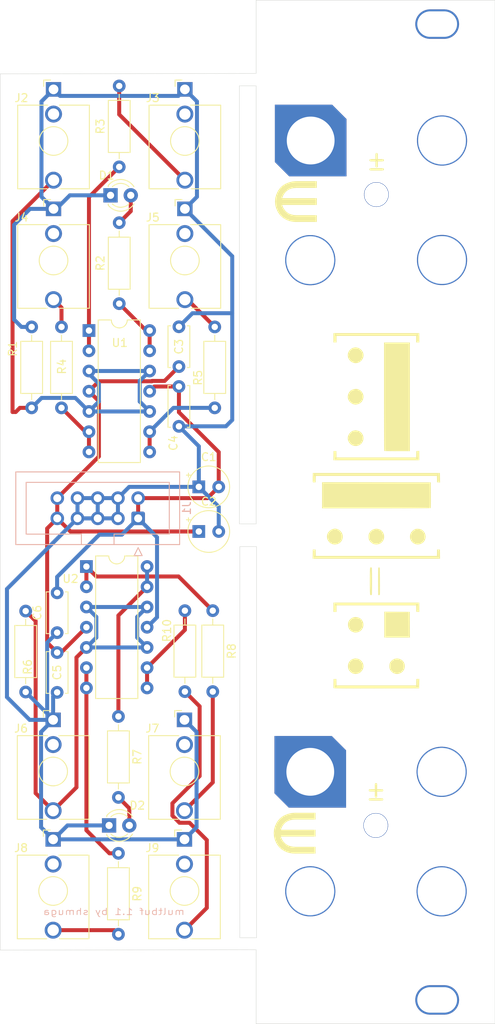
<source format=kicad_pcb>
(kicad_pcb (version 20240108) (generator "pcbnew") (generator_version "8.0")
  (title_block (title "multbuf") (date "22/12/2024") (company "shmuga"))
  (layers (0 "F.Cu" signal) (31 "B.Cu" signal) (34 "B.Paste" user) (35 "F.Paste" user) (36 "B.SilkS" user "B.Silkscreen") (37 "F.SilkS" user "F.Silkscreen") (38 "B.Mask" user) (39 "F.Mask" user) (44 "Edge.Cuts" user))
  (net 0 "")
  (net 1 "Net-(U1A-+)")
  (net 2 "+12VA")
  (net 3 "-12VA")
  (net 4 "Net-(D1-AK)")
  (net 5 "GND")
  (net 6 "Net-(D2-AK)")
  (net 7 "Net-(U1A--)")
  (net 8 "Net-(U1C--)")
  (net 9 "Net-(U1B--)")
  (net 10 "Net-(U2A-+)")
  (net 11 "Net-(U1D--)")
  (net 12 "Net-(U2D--)")
  (net 13 "Net-(U2A--)")
  (net 14 "Net-(U2B--)")
  (net 15 "Net-(U2C--)")
  (net 16 "Net-(J3-PadT)")
  (net 17 "Net-(J4-PadT)")
  (net 18 "Net-(J5-PadT)")
  (net 19 "Net-(J7-PadT)")
  (net 20 "Net-(J8-PadT)")
  (net 21 "Net-(J9-PadT)")
  (footprint "Capacitor_THT:C_Disc_D5.0mm_W2.5mm_P5.00mm" (layer "F.Cu") (at 54.7 116.8 -90)
    (property "Reference" "C5" (at 2.5 0 90) (layer "F.SilkS"))
    (property "Value" "100nf")
    (pad "1" thru_hole circle (at 0 0 270) (size 1.6 1.6) (drill 0.8) (layers "*.Cu" "*.Mask") (net 2 "+12VA"))
    (pad "2" thru_hole circle (at 5 0 270) (size 1.6 1.6) (drill 0.8) (layers "*.Cu" "*.Mask") (net 5 "GND"))
  )
  (footprint "Package_DIP:DIP-14_W7.62mm" (layer "F.Cu") (at 58.7 76.375)
    (property "Reference" "U1" (at 3.87 1.54 0) (layer "F.SilkS"))
    (property "Value" "TL074")
    (pad "1" thru_hole rect (at 0 0) (size 1.6 1.6) (drill 0.8) (layers "*.Cu" "*.Mask") (net 7 "Net-(U1A--)"))
    (pad "2" thru_hole oval (at 0 2.54) (size 1.6 1.6) (drill 0.8) (layers "*.Cu" "*.Mask") (net 7 "Net-(U1A--)"))
    (pad "3" thru_hole oval (at 0 5.08) (size 1.6 1.6) (drill 0.8) (layers "*.Cu" "*.Mask") (net 1 "Net-(U1A-+)"))
    (pad "4" thru_hole oval (at 0 7.62) (size 1.6 1.6) (drill 0.8) (layers "*.Cu" "*.Mask") (net 2 "+12VA"))
    (pad "5" thru_hole oval (at 0 10.16) (size 1.6 1.6) (drill 0.8) (layers "*.Cu" "*.Mask") (net 1 "Net-(U1A-+)"))
    (pad "6" thru_hole oval (at 0 12.7) (size 1.6 1.6) (drill 0.8) (layers "*.Cu" "*.Mask") (net 9 "Net-(U1B--)"))
    (pad "7" thru_hole oval (at 0 15.24) (size 1.6 1.6) (drill 0.8) (layers "*.Cu" "*.Mask") (net 9 "Net-(U1B--)"))
    (pad "8" thru_hole oval (at 7.62 15.24) (size 1.6 1.6) (drill 0.8) (layers "*.Cu" "*.Mask") (net 8 "Net-(U1C--)"))
    (pad "9" thru_hole oval (at 7.62 12.7) (size 1.6 1.6) (drill 0.8) (layers "*.Cu" "*.Mask") (net 8 "Net-(U1C--)"))
    (pad "10" thru_hole oval (at 7.62 10.16) (size 1.6 1.6) (drill 0.8) (layers "*.Cu" "*.Mask") (net 1 "Net-(U1A-+)"))
    (pad "11" thru_hole oval (at 7.62 7.62) (size 1.6 1.6) (drill 0.8) (layers "*.Cu" "*.Mask") (net 3 "-12VA"))
    (pad "12" thru_hole oval (at 7.62 5.08) (size 1.6 1.6) (drill 0.8) (layers "*.Cu" "*.Mask") (net 1 "Net-(U1A-+)"))
    (pad "13" thru_hole oval (at 7.62 2.54) (size 1.6 1.6) (drill 0.8) (layers "*.Cu" "*.Mask") (net 11 "Net-(U1D--)"))
    (pad "14" thru_hole oval (at 7.62 0) (size 1.6 1.6) (drill 0.8) (layers "*.Cu" "*.Mask") (net 11 "Net-(U1D--)"))
  )
  (footprint "Connector_Audio:Jack_3.5mm_QingPu_WQP-PJ398SM_Vertical_CircularHoles" (layer "F.Cu") (at 54.2 125.25)
    (property "Reference" "J6" (at -4.03 1.08 180) (layer "F.SilkS"))
    (property "Value" "IN2")
    (pad "S" thru_hole rect (at 0 0 180) (size 1.93 1.83) (drill 1.22) (layers "*.Cu" "*.Mask") (net 5 "GND"))
    (pad "T" thru_hole circle (at 0 11.4 180) (size 2.13 2.13) (drill 1.43) (layers "*.Cu" "*.Mask") (net 10 "Net-(U2A-+)"))
    (pad "TN" thru_hole circle (at 0 3.1 180) (size 2.13 2.13) (drill 1.42) (layers "*.Cu" "*.Mask"))
  )
  (footprint "LED_THT:LED_D3.0mm_Clear_PANEL" (layer "F.Cu") (at 93.43 138.5)
    (property "Reference" "D1Hp" (hide yes))
    (property "Value" "led1p" (hide yes))
    (pad "1" thru_hole circle (at 1.3 0) (size 3.1 3.1) (drill 3) (layers "*.Cu" "*.Mask") (net 5 "GND"))
  )
  (footprint "Resistor_THT:R_Axial_DIN0207_L6.3mm_D2.5mm_P10.16mm_Horizontal" (layer "F.Cu") (at 50.75 111.59 -90)
    (property "Reference" "R6" (at 7.01 -0.25 90) (layer "F.SilkS"))
    (property "Value" "100K")
    (pad "1" thru_hole circle (at 0 0 270) (size 1.6 1.6) (drill 0.8) (layers "*.Cu" "*.Mask") (net 10 "Net-(U2A-+)"))
    (pad "2" thru_hole oval (at 10.16 0 270) (size 1.6 1.6) (drill 0.8) (layers "*.Cu" "*.Mask") (net 5 "GND"))
  )
  (footprint "Connector_Audio:Jack_3.5mm_QingPu_WQP-PJ398SM_Vertical_CircularHoles" (layer "F.Cu") (at 70.7 140.25)
    (property "Reference" "J9" (at -4.03 1.08 180) (layer "F.SilkS"))
    (property "Value" "OUT23")
    (pad "S" thru_hole rect (at 0 0 180) (size 1.93 1.83) (drill 1.22) (layers "*.Cu" "*.Mask") (net 5 "GND"))
    (pad "T" thru_hole circle (at 0 11.4 180) (size 2.13 2.13) (drill 1.43) (layers "*.Cu" "*.Mask") (net 21 "Net-(J9-PadT)"))
    (pad "TN" thru_hole circle (at 0 3.1 180) (size 2.13 2.13) (drill 1.42) (layers "*.Cu" "*.Mask"))
  )
  (footprint "Connector_Audio:Jack_3.5mm_QingPu_WQP-PJ398SM_PANEL" (layer "F.Cu") (at 86.55 46.02)
    (property "Reference" "JJ1" (hide yes))
    (property "Value" "IN1" (hide yes))
    (pad "1" thru_hole roundrect (at 0 6.5) (size 9 9) (drill 6) (layers "*.Cu" "*.Mask") (roundrect_rratio 0) (chamfer_ratio 0.2) (chamfer top_right bottom_left))
  )
  (footprint "Connector_Audio:Jack_3.5mm_QingPu_WQP-PJ398SM_PANEL" (layer "F.Cu") (at 103.05 46.02)
    (property "Reference" "JJ2" (hide yes))
    (property "Value" "OUT11" (hide yes))
    (pad "1" thru_hole circle (at 0 6.5) (size 6.3 6.3) (drill 6) (layers "*.Cu" "*.Mask"))
  )
  (footprint "Connector_Audio:Jack_3.5mm_QingPu_WQP-PJ398SM_PANEL" (layer "F.Cu") (at 86.5 140.27)
    (property "Reference" "JJ3" (hide yes))
    (property "Value" "OUT12" (hide yes))
    (pad "1" thru_hole circle (at 0 6.5) (size 6.3 6.3) (drill 6) (layers "*.Cu" "*.Mask"))
  )
  (footprint "Connector_Audio:Jack_3.5mm_QingPu_WQP-PJ398SM_Vertical_CircularHoles" (layer "F.Cu") (at 70.7 125.25)
    (property "Reference" "J7" (at -4.03 1.08 180) (layer "F.SilkS"))
    (property "Value" "OUT21")
    (pad "S" thru_hole rect (at 0 0 180) (size 1.93 1.83) (drill 1.22) (layers "*.Cu" "*.Mask") (net 5 "GND"))
    (pad "T" thru_hole circle (at 0 11.4 180) (size 2.13 2.13) (drill 1.43) (layers "*.Cu" "*.Mask") (net 19 "Net-(J7-PadT)"))
    (pad "TN" thru_hole circle (at 0 3.1 180) (size 2.13 2.13) (drill 1.42) (layers "*.Cu" "*.Mask"))
  )
  (footprint "Connector_Audio:Jack_3.5mm_QingPu_WQP-PJ398SM_Vertical_CircularHoles" (layer "F.Cu") (at 54.2 140.25)
    (property "Reference" "J8" (at -4.03 1.08 180) (layer "F.SilkS"))
    (property "Value" "OUT22")
    (pad "S" thru_hole rect (at 0 0 180) (size 1.93 1.83) (drill 1.22) (layers "*.Cu" "*.Mask") (net 5 "GND"))
    (pad "T" thru_hole circle (at 0 11.4 180) (size 2.13 2.13) (drill 1.43) (layers "*.Cu" "*.Mask") (net 20 "Net-(J8-PadT)"))
    (pad "TN" thru_hole circle (at 0 3.1 180) (size 2.13 2.13) (drill 1.42) (layers "*.Cu" "*.Mask"))
  )
  (footprint "LOGO" (layer "F.Cu") (at 94.014065 99.985524)
    (property "Reference" "G***" (hide yes))
    (property "Value" "LOGO" (hide yes))
  )
  (footprint "Connector_Audio:Jack_3.5mm_QingPu_WQP-PJ398SM_PANEL" (layer "F.Cu") (at 86.5 125.27)
    (property "Reference" "JJ1" (hide yes))
    (property "Value" "IN1" (hide yes))
    (pad "1" thru_hole roundrect (at 0 6.5) (size 9 9) (drill 6) (layers "*.Cu" "*.Mask") (roundrect_rratio 0) (chamfer_ratio 0.2) (chamfer top_right bottom_left))
  )
  (footprint "Connector_Audio:Jack_3.5mm_QingPu_WQP-PJ398SM_PANEL" (layer "F.Cu") (at 86.5 61.04)
    (property "Reference" "JJ3" (hide yes))
    (property "Value" "OUT12" (hide yes))
    (pad "1" thru_hole circle (at 0 6.5) (size 6.3 6.3) (drill 6) (layers "*.Cu" "*.Mask"))
  )
  (footprint "Connector_Audio:Jack_3.5mm_QingPu_WQP-PJ398SM_PANEL" (layer "F.Cu") (at 103 140.27)
    (property "Reference" "JJ4" (hide yes))
    (property "Value" "OUT13" (hide yes))
    (pad "1" thru_hole circle (at 0 6.5) (size 6.3 6.3) (drill 6) (layers "*.Cu" "*.Mask"))
  )
  (footprint "Capacitor_THT:CP_Radial_Tantal_D5.0mm_P2.50mm" (layer "F.Cu") (at 72.5 96)
    (property "Reference" "C1" (at 1.25 -3.75 0) (layer "F.SilkS"))
    (property "Value" "10uf")
    (pad "1" thru_hole rect (at 0 0) (size 1.6 1.6) (drill 0.8) (layers "*.Cu" "*.Mask") (net 5 "GND"))
    (pad "2" thru_hole circle (at 2.5 0) (size 1.6 1.6) (drill 0.8) (layers "*.Cu" "*.Mask") (net 3 "-12VA"))
  )
  (footprint "LED_THT:LED_D3.0mm_Clear" (layer "F.Cu") (at 61.23 138.5)
    (property "Reference" "D2" (at 3.54 -2.5 0) (layer "F.SilkS"))
    (property "Value" "LED2")
    (pad "1" thru_hole rect (at 0 0) (size 1.8 1.8) (drill 0.9) (layers "*.Cu" "*.Mask") (net 5 "GND"))
    (pad "2" thru_hole circle (at 2.54 0) (size 1.8 1.8) (drill 0.9) (layers "*.Cu" "*.Mask") (net 6 "Net-(D2-AK)"))
  )
  (footprint "Connector_Audio:Jack_3.5mm_QingPu_WQP-PJ398SM_Vertical_CircularHoles" (layer "F.Cu") (at 70.75 46.1)
    (property "Reference" "J3" (at -4.03 1.08 180) (layer "F.SilkS"))
    (property "Value" "OUT11")
    (pad "S" thru_hole rect (at 0 0 180) (size 1.93 1.83) (drill 1.22) (layers "*.Cu" "*.Mask") (net 5 "GND"))
    (pad "T" thru_hole circle (at 0 11.4 180) (size 2.13 2.13) (drill 1.43) (layers "*.Cu" "*.Mask") (net 16 "Net-(J3-PadT)"))
    (pad "TN" thru_hole circle (at 0 3.1 180) (size 2.13 2.13) (drill 1.42) (layers "*.Cu" "*.Mask"))
  )
  (footprint "" (layer "F.Cu") (at 102.44 37.905)
    (property "Reference" "" (at 0 0 0) (layer "F.SilkS") (effects (font (size 1.27 1.27))))
    (property "Value" "" (at 0 0 0) (layer "F.SilkS") (effects (font (size 1.27 1.27))))
    (pad "1" thru_hole oval (at 0 0) (size 5.5 3.7) (drill oval 5 3.2) (layers "*.Cu" "*.Mask"))
  )
  (footprint "Capacitor_THT:C_Disc_D5.0mm_W2.5mm_P5.00mm" (layer "F.Cu") (at 70 88.4 90)
    (property "Reference" "C4" (at -2.1 -0.7 90) (layer "F.SilkS"))
    (property "Value" "100nf")
    (pad "1" thru_hole circle (at 0 0 90) (size 1.6 1.6) (drill 0.8) (layers "*.Cu" "*.Mask") (net 5 "GND"))
    (pad "2" thru_hole circle (at 5 0 90) (size 1.6 1.6) (drill 0.8) (layers "*.Cu" "*.Mask") (net 3 "-12VA"))
  )
  (footprint "LED_THT:LED_D3.0mm_Clear_PANEL" (layer "F.Cu") (at 93.5 59.3)
    (property "Reference" "D1Hp" (hide yes))
    (property "Value" "LED1p" (hide yes))
    (pad "1" thru_hole circle (at 1.3 0) (size 3.1 3.1) (drill 3) (layers "*.Cu" "*.Mask") (net 5 "GND"))
  )
  (footprint "Resistor_THT:R_Axial_DIN0207_L6.3mm_D2.5mm_P10.16mm_Horizontal" (layer "F.Cu") (at 70.75 111.54 -90)
    (property "Reference" "R10" (at 2.5 2.25 90) (layer "F.SilkS"))
    (property "Value" "1K")
    (pad "1" thru_hole circle (at 0 0 270) (size 1.6 1.6) (drill 0.8) (layers "*.Cu" "*.Mask") (net 15 "Net-(U2C--)"))
    (pad "2" thru_hole oval (at 10.16 0 270) (size 1.6 1.6) (drill 0.8) (layers "*.Cu" "*.Mask") (net 21 "Net-(J9-PadT)"))
  )
  (footprint "" (layer "F.Cu") (at 102.44 160.405)
    (property "Reference" "" (at 0 0 0) (layer "F.SilkS") (effects (font (size 1.27 1.27))))
    (property "Value" "" (at 0 0 0) (layer "F.SilkS") (effects (font (size 1.27 1.27))))
    (pad "1" thru_hole oval (at 0 0) (size 5.5 3.7) (drill oval 5 3.2) (layers "*.Cu" "*.Mask"))
  )
  (footprint "Connector_Audio:Jack_3.5mm_QingPu_WQP-PJ398SM_Vertical_CircularHoles" (layer "F.Cu") (at 70.75 61.1)
    (property "Reference" "J5" (at -4.03 1.08 180) (layer "F.SilkS"))
    (property "Value" "OUT13")
    (pad "S" thru_hole rect (at 0 0 180) (size 1.93 1.83) (drill 1.22) (layers "*.Cu" "*.Mask") (net 5 "GND"))
    (pad "T" thru_hole circle (at 0 11.4 180) (size 2.13 2.13) (drill 1.43) (layers "*.Cu" "*.Mask") (net 18 "Net-(J5-PadT)"))
    (pad "TN" thru_hole circle (at 0 3.1 180) (size 2.13 2.13) (drill 1.42) (layers "*.Cu" "*.Mask"))
  )
  (footprint "Resistor_THT:R_Axial_DIN0207_L6.3mm_D2.5mm_P10.16mm_Horizontal" (layer "F.Cu") (at 62.5 55.83 90)
    (property "Reference" "R3" (at 5.08 -2.37 90) (layer "F.SilkS"))
    (property "Value" "1K")
    (pad "1" thru_hole circle (at 0 0 90) (size 1.6 1.6) (drill 0.8) (layers "*.Cu" "*.Mask") (net 7 "Net-(U1A--)"))
    (pad "2" thru_hole oval (at 10.16 0 90) (size 1.6 1.6) (drill 0.8) (layers "*.Cu" "*.Mask") (net 16 "Net-(J3-PadT)"))
  )
  (footprint "Resistor_THT:R_Axial_DIN0207_L6.3mm_D2.5mm_P10.16mm_Horizontal" (layer "F.Cu") (at 62.4 142 -90)
    (property "Reference" "R9" (at 5.08 -2.37 90) (layer "F.SilkS"))
    (property "Value" "1K")
    (pad "1" thru_hole circle (at 0 0 270) (size 1.6 1.6) (drill 0.8) (layers "*.Cu" "*.Mask") (net 14 "Net-(U2B--)"))
    (pad "2" thru_hole oval (at 10.16 0 270) (size 1.6 1.6) (drill 0.8) (layers "*.Cu" "*.Mask") (net 20 "Net-(J8-PadT)"))
  )
  (footprint "Capacitor_THT:C_Disc_D5.0mm_W2.5mm_P5.00mm" (layer "F.Cu") (at 54.7 114.3 90)
    (property "Reference" "C6" (at 2.5 -2.5 90) (layer "F.SilkS"))
    (property "Value" "100nf")
    (pad "1" thru_hole circle (at 0 0 90) (size 1.6 1.6) (drill 0.8) (layers "*.Cu" "*.Mask") (net 5 "GND"))
    (pad "2" thru_hole circle (at 5 0 90) (size 1.6 1.6) (drill 0.8) (layers "*.Cu" "*.Mask") (net 3 "-12VA"))
  )
  (footprint "Resistor_THT:R_Axial_DIN0207_L6.3mm_D2.5mm_P10.16mm_Horizontal" (layer "F.Cu") (at 74.25 111.54 -90)
    (property "Reference" "R8" (at 5.08 -2.37 90) (layer "F.SilkS"))
    (property "Value" "1K")
    (pad "1" thru_hole circle (at 0 0 270) (size 1.6 1.6) (drill 0.8) (layers "*.Cu" "*.Mask") (net 13 "Net-(U2A--)"))
    (pad "2" thru_hole oval (at 10.16 0 270) (size 1.6 1.6) (drill 0.8) (layers "*.Cu" "*.Mask") (net 19 "Net-(J7-PadT)"))
  )
  (footprint "Capacitor_THT:C_Disc_D5.0mm_W2.5mm_P5.00mm" (layer "F.Cu") (at 70 80.9 90)
    (property "Reference" "C3" (at 2.5 0 90) (layer "F.SilkS"))
    (property "Value" "100nf")
    (pad "1" thru_hole circle (at 0 0 90) (size 1.6 1.6) (drill 0.8) (layers "*.Cu" "*.Mask") (net 2 "+12VA"))
    (pad "2" thru_hole circle (at 5 0 90) (size 1.6 1.6) (drill 0.8) (layers "*.Cu" "*.Mask") (net 5 "GND"))
  )
  (footprint "Resistor_THT:R_Axial_DIN0207_L6.3mm_D2.5mm_P10.16mm_Horizontal" (layer "F.Cu") (at 51.5 86.08 90)
    (property "Reference" "R1" (at 7.41 -2.37 90) (layer "F.SilkS"))
    (property "Value" "100K")
    (pad "1" thru_hole circle (at 0 0 90) (size 1.6 1.6) (drill 0.8) (layers "*.Cu" "*.Mask") (net 1 "Net-(U1A-+)"))
    (pad "2" thru_hole oval (at 10.16 0 90) (size 1.6 1.6) (drill 0.8) (layers "*.Cu" "*.Mask") (net 5 "GND"))
  )
  (footprint "Resistor_THT:R_Axial_DIN0207_L6.3mm_D2.5mm_P10.16mm_Horizontal" (layer "F.Cu") (at 62.4 124.82 -90)
    (property "Reference" "R7" (at 5.08 -2.37 90) (layer "F.SilkS"))
    (property "Value" "330")
    (pad "1" thru_hole circle (at 0 0 270) (size 1.6 1.6) (drill 0.8) (layers "*.Cu" "*.Mask") (net 12 "Net-(U2D--)"))
    (pad "2" thru_hole oval (at 10.16 0 270) (size 1.6 1.6) (drill 0.8) (layers "*.Cu" "*.Mask") (net 6 "Net-(D2-AK)"))
  )
  (footprint "Connector_Audio:Jack_3.5mm_QingPu_WQP-PJ398SM_Vertical_CircularHoles" (layer "F.Cu") (at 54.25 46.1)
    (property "Reference" "J2" (at -4.03 1.08 180) (layer "F.SilkS"))
    (property "Value" "IN1")
    (pad "S" thru_hole rect (at 0 0 180) (size 1.93 1.83) (drill 1.22) (layers "*.Cu" "*.Mask") (net 5 "GND"))
    (pad "T" thru_hole circle (at 0 11.4 180) (size 2.13 2.13) (drill 1.43) (layers "*.Cu" "*.Mask") (net 1 "Net-(U1A-+)"))
    (pad "TN" thru_hole circle (at 0 3.1 180) (size 2.13 2.13) (drill 1.42) (layers "*.Cu" "*.Mask"))
  )
  (footprint "Package_DIP:DIP-14_W7.62mm" (layer "F.Cu") (at 58.38 106)
    (property "Reference" "U2" (at -2 1.54 0) (layer "F.SilkS"))
    (property "Value" "TL074")
    (pad "1" thru_hole rect (at 0 0) (size 1.6 1.6) (drill 0.8) (layers "*.Cu" "*.Mask") (net 13 "Net-(U2A--)"))
    (pad "2" thru_hole oval (at 0 2.54) (size 1.6 1.6) (drill 0.8) (layers "*.Cu" "*.Mask") (net 13 "Net-(U2A--)"))
    (pad "3" thru_hole oval (at 0 5.08) (size 1.6 1.6) (drill 0.8) (layers "*.Cu" "*.Mask") (net 10 "Net-(U2A-+)"))
    (pad "4" thru_hole oval (at 0 7.62) (size 1.6 1.6) (drill 0.8) (layers "*.Cu" "*.Mask") (net 2 "+12VA"))
    (pad "5" thru_hole oval (at 0 10.16) (size 1.6 1.6) (drill 0.8) (layers "*.Cu" "*.Mask") (net 10 "Net-(U2A-+)"))
    (pad "6" thru_hole oval (at 0 12.7) (size 1.6 1.6) (drill 0.8) (layers "*.Cu" "*.Mask") (net 14 "Net-(U2B--)"))
    (pad "7" thru_hole oval (at 0 15.24) (size 1.6 1.6) (drill 0.8) (layers "*.Cu" "*.Mask") (net 14 "Net-(U2B--)"))
    (pad "8" thru_hole oval (at 7.62 15.24) (size 1.6 1.6) (drill 0.8) (layers "*.Cu" "*.Mask") (net 15 "Net-(U2C--)"))
    (pad "9" thru_hole oval (at 7.62 12.7) (size 1.6 1.6) (drill 0.8) (layers "*.Cu" "*.Mask") (net 15 "Net-(U2C--)"))
    (pad "10" thru_hole oval (at 7.62 10.16) (size 1.6 1.6) (drill 0.8) (layers "*.Cu" "*.Mask") (net 10 "Net-(U2A-+)"))
    (pad "11" thru_hole oval (at 7.62 7.62) (size 1.6 1.6) (drill 0.8) (layers "*.Cu" "*.Mask") (net 3 "-12VA"))
    (pad "12" thru_hole oval (at 7.62 5.08) (size 1.6 1.6) (drill 0.8) (layers "*.Cu" "*.Mask") (net 10 "Net-(U2A-+)"))
    (pad "13" thru_hole oval (at 7.62 2.54) (size 1.6 1.6) (drill 0.8) (layers "*.Cu" "*.Mask") (net 12 "Net-(U2D--)"))
    (pad "14" thru_hole oval (at 7.62 0) (size 1.6 1.6) (drill 0.8) (layers "*.Cu" "*.Mask") (net 12 "Net-(U2D--)"))
  )
  (footprint "Connector_Audio:Jack_3.5mm_QingPu_WQP-PJ398SM_PANEL" (layer "F.Cu") (at 103 125.27)
    (property "Reference" "JJ2" (hide yes))
    (property "Value" "OUT11" (hide yes))
    (pad "1" thru_hole circle (at 0 6.5) (size 6.3 6.3) (drill 6) (layers "*.Cu" "*.Mask"))
  )
  (footprint "Connector_Audio:Jack_3.5mm_QingPu_WQP-PJ398SM_PANEL" (layer "F.Cu") (at 103.05 61.02)
    (property "Reference" "JJ4" (hide yes))
    (property "Value" "OUT13" (hide yes))
    (pad "1" thru_hole circle (at 0 6.5) (size 6.3 6.3) (drill 6) (layers "*.Cu" "*.Mask"))
  )
  (footprint "Connector_Audio:Jack_3.5mm_QingPu_WQP-PJ398SM_Vertical_CircularHoles" (layer "F.Cu") (at 54.25 61.1)
    (property "Reference" "J4" (at -4.03 1.08 180) (layer "F.SilkS"))
    (property "Value" "OUT12")
    (pad "S" thru_hole rect (at 0 0 180) (size 1.93 1.83) (drill 1.22) (layers "*.Cu" "*.Mask") (net 5 "GND"))
    (pad "T" thru_hole circle (at 0 11.4 180) (size 2.13 2.13) (drill 1.43) (layers "*.Cu" "*.Mask") (net 17 "Net-(J4-PadT)"))
    (pad "TN" thru_hole circle (at 0 3.1 180) (size 2.13 2.13) (drill 1.42) (layers "*.Cu" "*.Mask"))
  )
  (footprint "Resistor_THT:R_Axial_DIN0207_L6.3mm_D2.5mm_P10.16mm_Horizontal" (layer "F.Cu") (at 62.5 73 90)
    (property "Reference" "R2" (at 5.08 -2.37 90) (layer "F.SilkS"))
    (property "Value" "330")
    (pad "1" thru_hole circle (at 0 0 90) (size 1.6 1.6) (drill 0.8) (layers "*.Cu" "*.Mask") (net 11 "Net-(U1D--)"))
    (pad "2" thru_hole oval (at 10.16 0 90) (size 1.6 1.6) (drill 0.8) (layers "*.Cu" "*.Mask") (net 4 "Net-(D1-AK)"))
  )
  (footprint "Resistor_THT:R_Axial_DIN0207_L6.3mm_D2.5mm_P10.16mm_Horizontal" (layer "F.Cu") (at 55.25 86.08 90)
    (property "Reference" "R4" (at 5.18 0.05 90) (layer "F.SilkS"))
    (property "Value" "1K")
    (pad "1" thru_hole circle (at 0 0 90) (size 1.6 1.6) (drill 0.8) (layers "*.Cu" "*.Mask") (net 9 "Net-(U1B--)"))
    (pad "2" thru_hole oval (at 10.16 0 90) (size 1.6 1.6) (drill 0.8) (layers "*.Cu" "*.Mask") (net 17 "Net-(J4-PadT)"))
  )
  (footprint "Resistor_THT:R_Axial_DIN0207_L6.3mm_D2.5mm_P10.16mm_Horizontal" (layer "F.Cu") (at 74.5 86.08 90)
    (property "Reference" "R5" (at 3.78 -2.1 90) (layer "F.SilkS"))
    (property "Value" "1K")
    (pad "1" thru_hole circle (at 0 0 90) (size 1.6 1.6) (drill 0.8) (layers "*.Cu" "*.Mask") (net 8 "Net-(U1C--)"))
    (pad "2" thru_hole oval (at 10.16 0 90) (size 1.6 1.6) (drill 0.8) (layers "*.Cu" "*.Mask") (net 18 "Net-(J5-PadT)"))
  )
  (footprint "LED_THT:LED_D3.0mm_Clear" (layer "F.Cu") (at 61.41 59.4)
    (property "Reference" "D1" (at -0.5 -2.5 0) (layer "F.SilkS"))
    (property "Value" "LED1")
    (pad "1" thru_hole rect (at 0 0) (size 1.8 1.8) (drill 0.9) (layers "*.Cu" "*.Mask") (net 5 "GND"))
    (pad "2" thru_hole circle (at 2.54 0) (size 1.8 1.8) (drill 0.9) (layers "*.Cu" "*.Mask") (net 4 "Net-(D1-AK)"))
  )
  (footprint "Capacitor_THT:CP_Radial_Tantal_D5.0mm_P2.50mm" (layer "F.Cu") (at 72.5 101.6)
    (property "Reference" "C2" (at 1.25 -3.75 0) (layer "F.SilkS"))
    (property "Value" "10uf")
    (pad "1" thru_hole rect (at 0 0) (size 1.6 1.6) (drill 0.8) (layers "*.Cu" "*.Mask") (net 2 "+12VA"))
    (pad "2" thru_hole circle (at 2.5 0) (size 1.6 1.6) (drill 0.8) (layers "*.Cu" "*.Mask") (net 5 "GND"))
  )
  (footprint "Connector_IDC:IDC-Header_2x05_P2.54mm_Vertical" (layer "B.Cu") (at 64.88 99.9525 90)
    (property "Reference" "J1" (at 1.27 6.1 90) (layer "B.SilkS") (effects (justify mirror)))
    (property "Value" "POWER")
    (pad "1" thru_hole roundrect (at 0 0 90) (size 1.7 1.7) (drill 1) (layers "*.Cu" "*.Mask") (roundrect_rratio 0.147059) (net 3 "-12VA"))
    (pad "2" thru_hole circle (at 2.54 0 90) (size 1.7 1.7) (drill 1) (layers "*.Cu" "*.Mask") (net 3 "-12VA"))
    (pad "3" thru_hole circle (at 0 -2.54 90) (size 1.7 1.7) (drill 1) (layers "*.Cu" "*.Mask") (net 5 "GND"))
    (pad "4" thru_hole circle (at 2.54 -2.54 90) (size 1.7 1.7) (drill 1) (layers "*.Cu" "*.Mask") (net 5 "GND"))
    (pad "5" thru_hole circle (at 0 -5.08 90) (size 1.7 1.7) (drill 1) (layers "*.Cu" "*.Mask") (net 5 "GND"))
    (pad "6" thru_hole circle (at 2.54 -5.08 90) (size 1.7 1.7) (drill 1) (layers "*.Cu" "*.Mask") (net 5 "GND"))
    (pad "7" thru_hole circle (at 0 -7.62 90) (size 1.7 1.7) (drill 1) (layers "*.Cu" "*.Mask") (net 5 "GND"))
    (pad "8" thru_hole circle (at 2.54 -7.62 90) (size 1.7 1.7) (drill 1) (layers "*.Cu" "*.Mask") (net 5 "GND"))
    (pad "9" thru_hole circle (at 0 -10.16 90) (size 1.7 1.7) (drill 1) (layers "*.Cu" "*.Mask") (net 2 "+12VA"))
    (pad "10" thru_hole circle (at 2.54 -10.16 90) (size 1.7 1.7) (drill 1) (layers "*.Cu" "*.Mask") (net 2 "+12VA"))
  )
  (gr_rect (start 79.7 163.405) (end 109.7 163.405) (stroke (width 0.05)) (fill none) (layer "Edge.Cuts"))
  (gr_rect (start 77.65 103.5) (end 79.75 152.6) (stroke (width 0.05)) (fill none) (layer "Edge.Cuts"))
  (gr_rect (start 77.6 45.65) (end 79.7 100.65) (stroke (width 0.05)) (fill none) (layer "Edge.Cuts"))
  (gr_poly (pts (xy 109.7 163.405) (xy 79.7 163.405) (xy 79.7 154.1) (xy 47.55 154.15) (xy 47.55 44.15) (xy 79.7 44.1) (xy 79.7 34.905) (xy 109.7 34.905)) (stroke (width 0.05)) (fill none) (layer "Edge.Cuts"))
  (gr_text "multbuf 1.1 by shmuga" (at 70.8 149.8 -0) (layer "B.SilkS") (effects (font (size 0.8 1) (thickness 0.1)) (justify left bottom mirror)))
  (gr_text "∈" (at 81.4 142.87 0) (layer "F.SilkS") (effects (font (size 5 5) (thickness 0.1)) (justify left bottom)))
  (gr_text "∈" (at 81.56 63.58 0) (layer "F.SilkS") (effects (font (size 5 5) (thickness 0.1)) (justify left bottom)))
  (gr_text "±" (at 93.32 135.5 0) (layer "F.SilkS") (effects (font (size 2 2) (thickness 0.3)) (justify left bottom)))
  (gr_text "±" (at 93.4 56.4 0) (layer "F.SilkS") (effects (font (size 2 2) (thickness 0.3)) (justify left bottom)))
  (segment (start 49.1 62.65) (end 49.1 86.6) (width 0.5) (layer "F.Cu") (net 1))
  (segment (start 49.1 86.6) (end 49.5 86.6) (width 0.5) (layer "F.Cu") (net 1))
  (segment (start 54.25 57.5) (end 49.1 62.65) (width 0.5) (layer "F.Cu") (net 1))
  (segment (start 50.02 86.08) (end 51.5 86.08) (width 0.5) (layer "F.Cu") (net 1))
  (segment (start 49.5 86.6) (end 50.02 86.08) (width 0.5) (layer "F.Cu") (net 1))
  (segment (start 58.7 81.455) (end 66.32 81.455) (width 0.5) (layer "B.Cu") (net 1))
  (segment (start 52.75 84.83) (end 51.5 86.08) (width 0.5) (layer "B.Cu") (net 1))
  (segment (start 65.07 85.285) (end 66.32 86.535) (width 0.5) (layer "B.Cu") (net 1))
  (segment (start 58.7 86.535) (end 66.32 86.535) (width 0.5) (layer "B.Cu") (net 1))
  (segment (start 65.07 82.705) (end 65.07 85.285) (width 0.5) (layer "B.Cu") (net 1))
  (segment (start 59.95 83.05) (end 59.95 85.285) (width 0.5) (layer "B.Cu") (net 1))
  (segment (start 66.32 81.455) (end 65.07 82.705) (width 0.5) (layer "B.Cu") (net 1))
  (segment (start 58.7 81.455) (end 58.7 81.8) (width 0.5) (layer "B.Cu") (net 1))
  (segment (start 59.95 85.285) (end 58.7 86.535) (width 0.5) (layer "B.Cu") (net 1))
  (segment (start 58.7 86.535) (end 56.995 84.83) (width 0.5) (layer "B.Cu") (net 1))
  (segment (start 58.7 81.8) (end 59.95 83.05) (width 0.5) (layer "B.Cu") (net 1))
  (segment (start 56.995 84.83) (end 52.75 84.83) (width 0.5) (layer "B.Cu") (net 1))
  (segment (start 59.95 85.245) (end 58.7 83.995) (width 0.5) (layer "F.Cu") (net 2))
  (segment (start 66.62505 82.7) (end 66.58005 82.745) (width 0.5) (layer "F.Cu") (net 2))
  (segment (start 53.45 115.55) (end 54.7 116.8) (width 0.5) (layer "F.Cu") (net 2))
  (segment (start 56.3675 101.6) (end 54.72 99.9525) (width 0.5) (layer "F.Cu") (net 2))
  (segment (start 54.7 116.8) (end 55.2 116.8) (width 0.5) (layer "F.Cu") (net 2))
  (segment (start 53.45 101.2225) (end 53.45 115.55) (width 0.5) (layer "F.Cu") (net 2))
  (segment (start 68.2 82.7) (end 66.62505 82.7) (width 0.5) (layer "F.Cu") (net 2))
  (segment (start 55.2 116.8) (end 58.38 113.62) (width 0.5) (layer "F.Cu") (net 2))
  (segment (start 54.72 99.9525) (end 53.45 101.2225) (width 0.5) (layer "F.Cu") (net 2))
  (segment (start 70 80.9) (end 68.2 82.7) (width 0.5) (layer "F.Cu") (net 2))
  (segment (start 54.72 97.4125) (end 59.95 92.1825) (width 0.5) (layer "F.Cu") (net 2))
  (segment (start 54.72 99.9525) (end 54.72 97.4125) (width 0.5) (layer "F.Cu") (net 2))
  (segment (start 66.58005 82.745) (end 59.95 82.745) (width 0.5) (layer "F.Cu") (net 2))
  (segment (start 72.5 101.6) (end 56.3675 101.6) (width 0.5) (layer "F.Cu") (net 2))
  (segment (start 59.95 82.745) (end 58.7 83.995) (width 0.5) (layer "F.Cu") (net 2))
  (segment (start 59.95 92.1825) (end 59.95 85.245) (width 0.5) (layer "F.Cu") (net 2))
  (segment (start 66.915 83.4) (end 66.32 83.995) (width 0.5) (layer "F.Cu") (net 3))
  (segment (start 64.88 97.4125) (end 73.5875 97.4125) (width 0.5) (layer "F.Cu") (net 3))
  (segment (start 64.88 99.9525) (end 64.88 97.4125) (width 0.5) (layer "F.Cu") (net 3))
  (segment (start 73.5875 97.4125) (end 75 96) (width 0.5) (layer "F.Cu") (net 3))
  (segment (start 75 91.632233) (end 70 86.632233) (width 0.5) (layer "F.Cu") (net 3))
  (segment (start 70 86.632233) (end 70 83.4) (width 0.5) (layer "F.Cu") (net 3))
  (segment (start 70 83.4) (end 66.915 83.4) (width 0.5) (layer "F.Cu") (net 3))
  (segment (start 75 96) (end 75 91.632233) (width 0.5) (layer "F.Cu") (net 3))
  (segment (start 67.25 102.3225) (end 64.88 99.9525) (width 0.5) (layer "B.Cu") (net 3))
  (segment (start 67.25 112.37) (end 67.25 102.3225) (width 0.5) (layer "B.Cu") (net 3))
  (segment (start 62.8325 102) (end 60 102) (width 0.5) (layer "B.Cu") (net 3))
  (segment (start 64.88 99.9525) (end 62.8325 102) (width 0.5) (layer "B.Cu") (net 3))
  (segment (start 66 113.62) (end 67.25 112.37) (width 0.5) (layer "B.Cu") (net 3))
  (segment (start 60 102) (end 54.7 107.3) (width 0.5) (layer "B.Cu") (net 3))
  (segment (start 54.7 107.3) (end 54.7 109.3) (width 0.5) (layer "B.Cu") (net 3))
  (segment (start 63.95 59.4) (end 63.95 61.39) (width 0.5) (layer "F.Cu") (net 4))
  (segment (start 63.95 61.39) (end 62.5 62.84) (width 0.5) (layer "F.Cu") (net 4))
  (segment (start 72.5 90.9) (end 70 88.4) (width 0.5) (layer "B.Cu") (net 5))
  (segment (start 70 88.4) (end 75.9 88.4) (width 0.5) (layer "B.Cu") (net 5))
  (segment (start 54.6 61.1) (end 56.3 59.4) (width 0.5) (layer "B.Cu") (net 5))
  (segment (start 62.34 99.9525) (end 62.34 97.4125) (width 0.5) (layer "B.Cu") (net 5))
  (segment (start 63.7525 96) (end 72.5 96) (width 0.5) (layer "B.Cu") (net 5))
  (segment (start 52.735 47.615) (end 52.735 59.585) (width 0.5) (layer "B.Cu") (net 5))
  (segment (start 59.8 99.9525) (end 59.8 97.4125) (width 0.5) (layer "B.Cu") (net 5))
  (segment (start 57.26 99.9525) (end 48.4 108.8125) (width 0.5) (layer "B.Cu") (net 5))
  (segment (start 72.265 47.615) (end 70.75 46.1) (width 0.5) (layer "B.Cu") (net 5))
  (segment (start 53.45 115.55) (end 54.7 114.3) (width 0.5) (layer "B.Cu") (net 5))
  (segment (start 54.2 140.25) (end 54.25 140.25) (width 0.5) (layer "B.Cu") (net 5))
  (segment (start 48.4 108.8125) (end 48.4 122.4) (width 0.5) (layer "B.Cu") (net 5))
  (segment (start 49.3 63.1) (end 49.3 75) (width 0.5) (layer "B.Cu") (net 5))
  (segment (start 54.25 61.1) (end 51.3 61.1) (width 0.5) (layer "B.Cu") (net 5))
  (segment (start 75.9 88.4) (end 76.7 87.6) (width 0.5) (layer "B.Cu") (net 5))
  (segment (start 62.34 99.9525) (end 57.26 99.9525) (width 0.5) (layer "B.Cu") (net 5))
  (segment (start 70.75 61.1) (end 72.265 59.585) (width 0.5) (layer "B.Cu") (net 5))
  (segment (start 72.265 59.585) (end 72.265 47.615) (width 0.5) (layer "B.Cu") (net 5))
  (segment (start 72.215 138.735) (end 72.215 126.765) (width 0.5) (layer "B.Cu") (net 5))
  (segment (start 75 98.5) (end 72.5 96) (width 0.5) (layer "B.Cu") (net 5))
  (segment (start 53.45 124.45) (end 53.45 115.55) (width 0.5) (layer "B.Cu") (net 5))
  (segment (start 50.22 75.92) (end 51.5 75.92) (width 0.5) (layer "B.Cu") (net 5))
  (segment (start 56 138.5) (end 61.23 138.5) (width 0.5) (layer "B.Cu") (net 5))
  (segment (start 55.07 46.92) (end 54.25 46.1) (width 0.5) (layer "B.Cu") (net 5))
  (segment (start 72.215 126.765) (end 70.7 125.25) (width 0.5) (layer "B.Cu") (net 5))
  (segment (start 62.34 97.4125) (end 63.7525 96) (width 0.5) (layer "B.Cu") (net 5))
  (segment (start 70.75 46.1) (end 69.93 46.92) (width 0.5) (layer "B.Cu") (net 5))
  (segment (start 76.7 67.05) (end 70.75 61.1) (width 0.5) (layer "B.Cu") (net 5))
  (segment (start 72.5 96) (end 72.5 90.9) (width 0.5) (layer "B.Cu") (net 5))
  (segment (start 51.3 61.1) (end 49.3 63.1) (width 0.5) (layer "B.Cu") (net 5))
  (segment (start 57.26 97.4125) (end 62.34 97.4125) (width 0.5) (layer "B.Cu") (net 5))
  (segment (start 48.4 122.4) (end 51.25 125.25) (width 0.5) (layer "B.Cu") (net 5))
  (segment (start 54.2 122.3) (end 54.7 121.8) (width 0.5) (layer "B.Cu") (net 5))
  (segment (start 54.2 140.25) (end 70.7 140.25) (width 0.5) (layer "B.Cu") (net 5))
  (segment (start 51.25 125.25) (end 54.2 125.25) (width 0.5) (layer "B.Cu") (net 5))
  (segment (start 71.7 74.2) (end 76.7 74.2) (width 0.5) (layer "B.Cu") (net 5))
  (segment (start 54.25 61.1) (end 54.6 61.1) (width 0.5) (layer "B.Cu") (net 5))
  (segment (start 54.2 125.25) (end 54.2 122.3) (width 0.5) (layer "B.Cu") (net 5))
  (segment (start 54.2 125.25) (end 54.2 125.2) (width 0.5) (layer "B.Cu") (net 5))
  (segment (start 54.25 46.1) (end 52.735 47.615) (width 0.5) (layer "B.Cu") (net 5))
  (segment (start 70 75.9) (end 71.7 74.2) (width 0.5) (layer "B.Cu") (net 5))
  (segment (start 52.735 59.585) (end 54.25 61.1) (width 0.5) (layer "B.Cu") (net 5))
  (segment (start 76.7 87.6) (end 76.7 74.2) (width 0.5) (layer "B.Cu") (net 5))
  (segment (start 54.25 140.25) (end 56 138.5) (width 0.5) (layer "B.Cu") (net 5))
  (segment (start 49.3 75) (end 50.22 75.92) (width 0.5) (layer "B.Cu") (net 5))
  (segment (start 56.3 59.4) (end 61.41 59.4) (width 0.5) (layer "B.Cu") (net 5))
  (segment (start 54.2 125.2) (end 53.45 124.45) (width 0.5) (layer "B.Cu") (net 5))
  (segment (start 52.685 126.765) (end 52.685 138.735) (width 0.5) (layer "B.Cu") (net 5))
  (segment (start 57.26 99.9525) (end 59.8 99.9525) (width 0.5) (layer "B.Cu") (net 5))
  (segment (start 52.685 138.735) (end 54.2 140.25) (width 0.5) (layer "B.Cu") (net 5))
  (segment (start 57.26 99.9525) (end 57.26 97.4125) (width 0.5) (layer "B.Cu") (net 5))
  (segment (start 76.7 74.2) (end 76.7 67.05) (width 0.5) (layer "B.Cu") (net 5))
  (segment (start 54.2 125.25) (end 52.685 126.765) (width 0.5) (layer "B.Cu") (net 5))
  (segment (start 70.7 140.25) (end 72.215 138.735) (width 0.5) (layer "B.Cu") (net 5))
  (segment (start 69.93 46.92) (end 55.07 46.92) (width 0.5) (layer "B.Cu") (net 5))
  (segment (start 75 101.6) (end 75 98.5) (width 0.5) (layer "B.Cu") (net 5))
  (segment (start 54.2 125.2) (end 50.75 121.75) (width 0.5) (layer "B.Cu") (net 5))
  (segment (start 63.77 136.35) (end 62.4 134.98) (width 0.5) (layer "F.Cu") (net 6))
  (segment (start 63.77 138.5) (end 63.77 136.35) (width 0.5) (layer "F.Cu") (net 6))
  (segment (start 58.7 76.375) (end 58.7 59.63) (width 0.5) (layer "F.Cu") (net 7))
  (segment (start 58.7 59.63) (end 62.5 55.83) (width 0.5) (layer "F.Cu") (net 7))
  (segment (start 58.7 78.915) (end 58.7 76.375) (width 0.5) (layer "F.Cu") (net 7))
  (segment (start 66.32 91.615) (end 66.32 89.075) (width 0.5) (layer "F.Cu") (net 8))
  (segment (start 69.315 86.08) (end 74.5 86.08) (width 0.5) (layer "B.Cu") (net 8))
  (segment (start 66.32 89.075) (end 69.315 86.08) (width 0.5) (layer "B.Cu") (net 8))
  (segment (start 58.7 91.615) (end 58.7 89.075) (width 0.5) (layer "F.Cu") (net 9))
  (segment (start 58.7 89.075) (end 58.245 89.075) (width 0.5) (layer "F.Cu") (net 9))
  (segment (start 58.245 89.075) (end 55.25 86.08) (width 0.5) (layer "F.Cu") (net 9))
  (segment (start 52 112.84) (end 50.75 111.59) (width 0.5) (layer "F.Cu") (net 10))
  (segment (start 54.2 136.65) (end 57.13 133.72) (width 0.5) (layer "F.Cu") (net 10))
  (segment (start 52 134.45) (end 52 112.84) (width 0.5) (layer "F.Cu") (net 10))
  (segment (start 54.2 136.65) (end 52 134.45) (width 0.5) (layer "F.Cu") (net 10))
  (segment (start 57.13 133.72) (end 57.13 117.41) (width 0.5) (layer "F.Cu") (net 10))
  (segment (start 57.13 117.41) (end 58.38 116.16) (width 0.5) (layer "F.Cu") (net 10))
  (segment (start 59.63 112.33) (end 58.38 111.08) (width 0.5) (layer "B.Cu") (net 10))
  (segment (start 64.75 114.91) (end 66 116.16) (width 0.5) (layer "B.Cu") (net 10))
  (segment (start 59.63 114.91) (end 59.63 112.33) (width 0.5) (layer "B.Cu") (net 10))
  (segment (start 58.38 116.16) (end 66 116.16) (width 0.5) (layer "B.Cu") (net 10))
  (segment (start 66 111.08) (end 64.75 112.33) (width 0.5) (layer "B.Cu") (net 10))
  (segment (start 58.38 116.16) (end 59.63 114.91) (width 0.5) (layer "B.Cu") (net 10))
  (segment (start 58.38 111.08) (end 66 111.08) (width 0.5) (layer "B.Cu") (net 10))
  (segment (start 64.75 112.33) (end 64.75 114.91) (width 0.5) (layer "B.Cu") (net 10))
  (segment (start 62.5 73) (end 65.875 76.375) (width 0.5) (layer "F.Cu") (net 11))
  (segment (start 65.875 76.375) (end 66.32 76.375) (width 0.5) (layer "F.Cu") (net 11))
  (segment (start 66.32 76.375) (end 66.32 78.915) (width 0.5) (layer "F.Cu") (net 11))
  (segment (start 62.4 124.82) (end 62.4 112.14) (width 0.5) (layer "F.Cu") (net 12))
  (segment (start 62.4 112.14) (end 66 108.54) (width 0.5) (layer "F.Cu") (net 12))
  (segment (start 66 106) (end 66 108.54) (width 0.5) (layer "B.Cu") (net 12))
  (segment (start 74.25 111.54) (end 69.96 107.25) (width 0.5) (layer "F.Cu") (net 13))
  (segment (start 59.63 107.25) (end 58.38 106) (width 0.5) (layer "F.Cu") (net 13))
  (segment (start 58.38 108.54) (end 58.38 106) (width 0.5) (layer "F.Cu") (net 13))
  (segment (start 69.96 107.25) (end 59.63 107.25) (width 0.5) (layer "F.Cu") (net 13))
  (segment (start 58.38 118.7) (end 58.38 121.24) (width 0.5) (layer "F.Cu") (net 14))
  (segment (start 58.38 139.11137) (end 58.38 121.24) (width 0.5) (layer "F.Cu") (net 14))
  (segment (start 62.4 142) (end 61.26863 142) (width 0.5) (layer "F.Cu") (net 14))
  (segment (start 61.26863 142) (end 58.38 139.11137) (width 0.5) (layer "F.Cu") (net 14))
  (segment (start 70.75 113.95) (end 70.75 111.54) (width 0.5) (layer "F.Cu") (net 15))
  (segment (start 66 118.7) (end 66 121.24) (width 0.5) (layer "F.Cu") (net 15))
  (segment (start 66 118.7) (end 70.75 113.95) (width 0.5) (layer "F.Cu") (net 15))
  (segment (start 70.75 57.5) (end 62.5 49.25) (width 0.5) (layer "F.Cu") (net 16))
  (segment (start 62.5 49.25) (end 62.5 45.67) (width 0.5) (layer "F.Cu") (net 16))
  (segment (start 55.25 73.5) (end 54.25 72.5) (width 0.5) (layer "F.Cu") (net 17))
  (segment (start 55.25 75.92) (end 55.25 73.5) (width 0.5) (layer "F.Cu") (net 17))
  (segment (start 71.08 72.5) (end 70.75 72.5) (width 0.5) (layer "F.Cu") (net 18))
  (segment (start 74.5 75.92) (end 71.08 72.5) (width 0.5) (layer "F.Cu") (net 18))
  (segment (start 70.7 136.65) (end 74.25 133.1) (width 0.5) (layer "F.Cu") (net 19))
  (segment (start 74.25 133.1) (end 74.25 121.7) (width 0.5) (layer "F.Cu") (net 19))
  (segment (start 61.89 151.65) (end 62.4 152.16) (width 0.5) (layer "F.Cu") (net 20))
  (segment (start 54.2 151.65) (end 61.89 151.65) (width 0.5) (layer "F.Cu") (net 20))
  (segment (start 70.7 151.65) (end 73.5 148.85) (width 0.5) (layer "F.Cu") (net 21))
  (segment (start 69.185 135.720289) (end 72.6 132.305289) (width 0.5) (layer "F.Cu") (net 21))
  (segment (start 73.5 148.85) (end 73.5 140.337466) (width 0.5) (layer "F.Cu") (net 21))
  (segment (start 69.185 137.277534) (end 69.185 135.720289) (width 0.5) (layer "F.Cu") (net 21))
  (segment (start 70.072466 138.165) (end 69.185 137.277534) (width 0.5) (layer "F.Cu") (net 21))
  (segment (start 72.6 123.55) (end 70.75 121.7) (width 0.5) (layer "F.Cu") (net 21))
  (segment (start 71.327534 138.165) (end 70.072466 138.165) (width 0.5) (layer "F.Cu") (net 21))
  (segment (start 72.6 132.305289) (end 72.6 123.55) (width 0.5) (layer "F.Cu") (net 21))
  (segment (start 73.5 140.337466) (end 71.327534 138.165) (width 0.5) (layer "F.Cu") (net 21))
)
</source>
